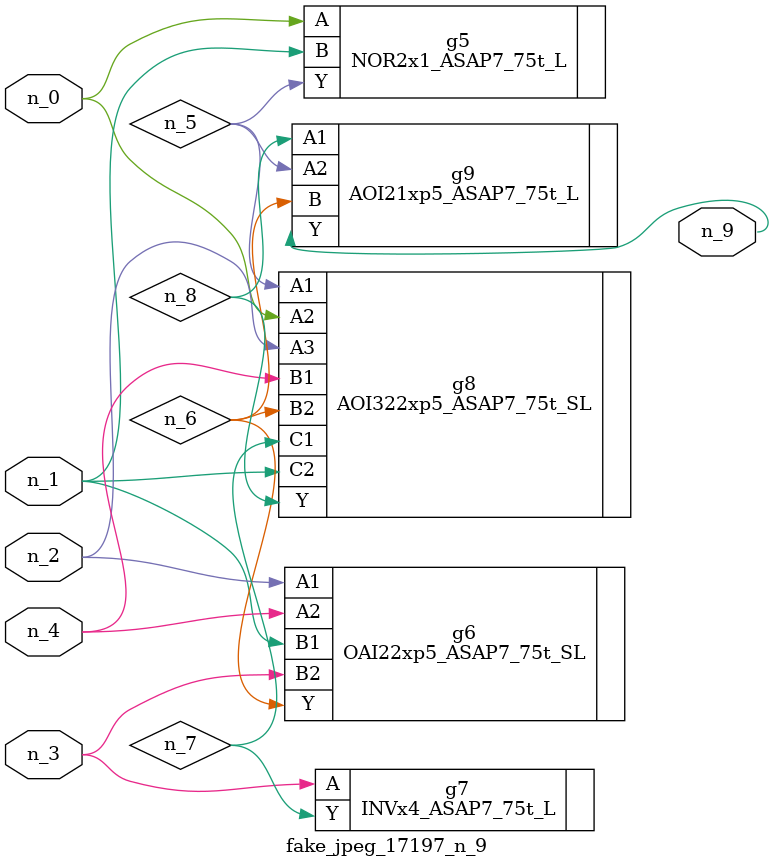
<source format=v>
module fake_jpeg_17197_n_9 (n_3, n_2, n_1, n_0, n_4, n_9);

input n_3;
input n_2;
input n_1;
input n_0;
input n_4;

output n_9;

wire n_8;
wire n_6;
wire n_5;
wire n_7;

NOR2x1_ASAP7_75t_L g5 ( 
.A(n_0),
.B(n_1),
.Y(n_5)
);

OAI22xp5_ASAP7_75t_SL g6 ( 
.A1(n_2),
.A2(n_4),
.B1(n_1),
.B2(n_3),
.Y(n_6)
);

INVx4_ASAP7_75t_L g7 ( 
.A(n_3),
.Y(n_7)
);

AOI322xp5_ASAP7_75t_SL g8 ( 
.A1(n_5),
.A2(n_0),
.A3(n_2),
.B1(n_4),
.B2(n_6),
.C1(n_7),
.C2(n_1),
.Y(n_8)
);

AOI21xp5_ASAP7_75t_L g9 ( 
.A1(n_8),
.A2(n_5),
.B(n_6),
.Y(n_9)
);


endmodule
</source>
